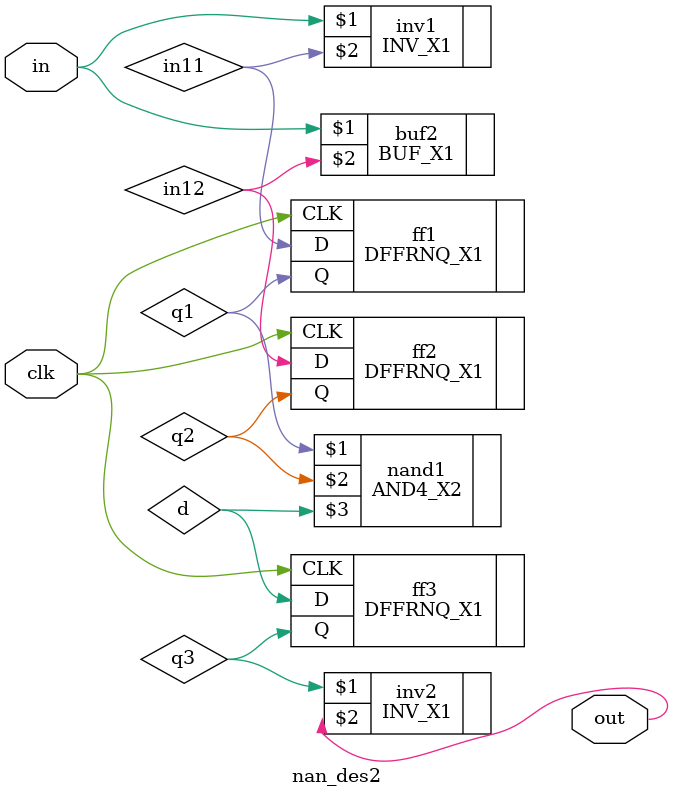
<source format=v>

module nan_des2(input in, input clk, output out);


//CLKINVX1
//AND2X4
//XNOR2X1
//SDFFX1
//BUFX2

wire in11; wire in12; wire q1; wire q2; wire d; wire q3;

INV_X1 inv1(in, in11);
BUF_X1 buf2(in, in12);

DFFRNQ_X1 ff1(.CLK(clk), .D(in11), .Q(q1));
DFFRNQ_X1 ff2(.CLK(clk), .D(in12), .Q(q2));


AND4_X2 nand1(q1,q2,d);
DFFRNQ_X1 ff3(.CLK(clk), .D(d), .Q(q3));

INV_X1 inv2(q3, out);


endmodule

</source>
